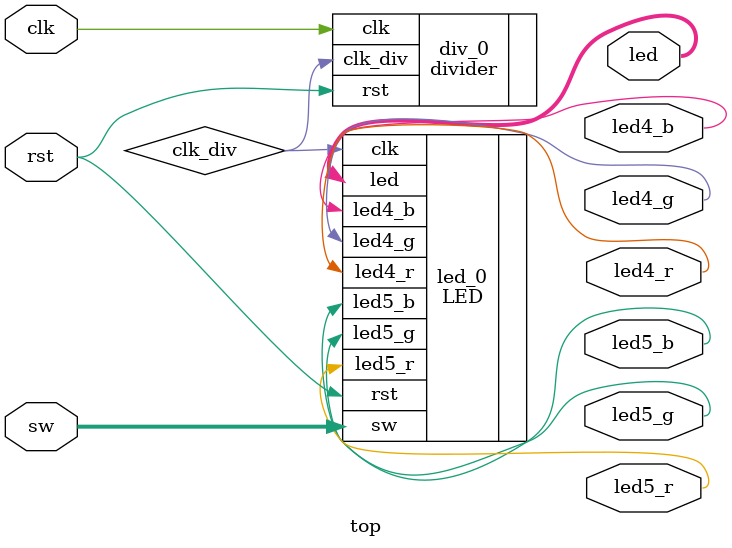
<source format=v>
module top(
    input   clk   ,
    input   rst   ,
    input   [1:0] sw  ,
    output  led4_g , led4_b , led4_r , led5_g , led5_b , led5_r,
    output  [3:0]led
    );
    
    wire    clk_div ;
    
    LED led_0(
    .clk      (clk_div),
    .rst      (rst),
    .sw       (sw),
    .led4_g   (led4_g),
    .led4_b   (led4_b),
    .led4_r   (led4_r),
    .led5_g   (led5_g),
    .led5_b   (led5_b),
    .led5_r   (led5_r),
    .led      (led)
    );
    
    divider div_0(
    .clk    (clk),
    .rst    (rst),
    .clk_div    (clk_div)
    );
    
    
endmodule
</source>
